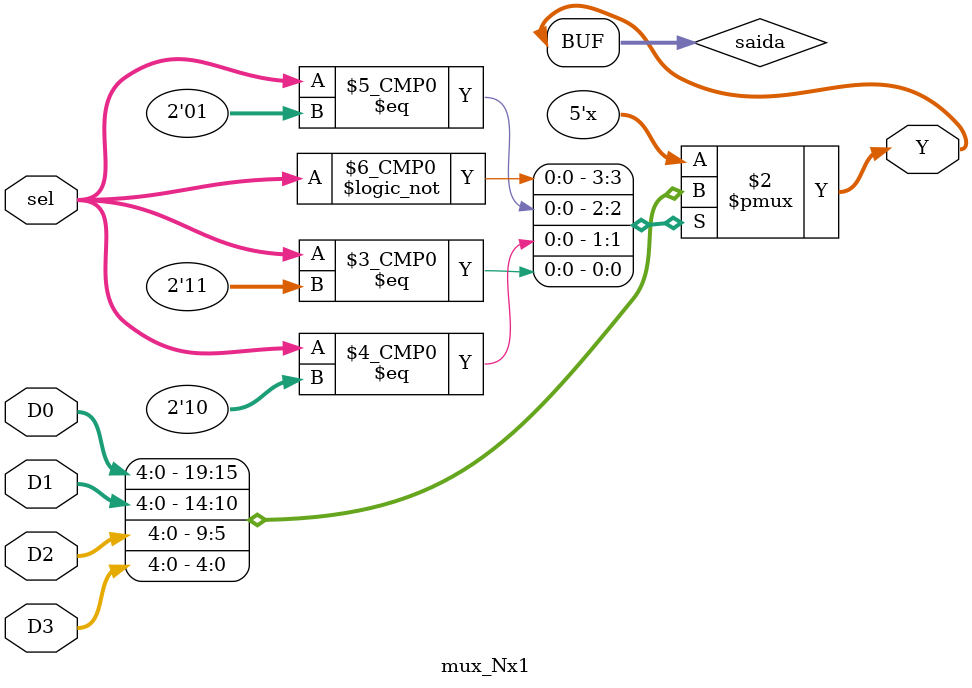
<source format=v>
module mux_Nx1 #(parameter BUS_WIDTH=5)(
                 input [BUS_WIDTH-1:0] D0,D1,D2,D3,
                 input [1:0] sel,
                 output [BUS_WIDTH-1:0] Y
                 );

reg [BUS_WIDTH-1:0] saida;
always @ (*) begin
    case (sel)
        2'b00 : saida <= D0;
        2'b01 : saida <= D1;
        2'b10 : saida <= D2;
        2'b11 : saida <= D3;
        default: saida <= 0;
    endcase 
end
assign Y = saida;
endmodule
</source>
